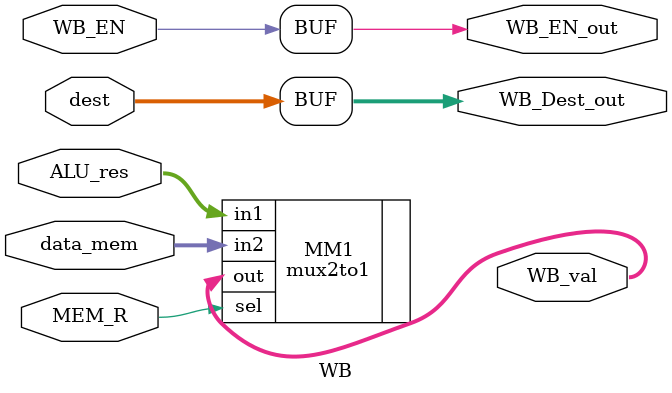
<source format=v>
module WB(WB_EN,MEM_R,ALU_res,data_mem,dest,WB_EN_out,WB_val,WB_Dest_out);
input WB_EN,MEM_R;
input [3:0]dest;
input [31:0]ALU_res,data_mem;

output WB_EN_out;
output [3:0]WB_Dest_out;
output [31:0]WB_val;

mux2to1 #(32)MM1(.sel(MEM_R),.in1(ALU_res),.in2(data_mem),.out(WB_val));

assign WB_Dest_out=dest;
assign WB_EN_out=WB_EN;

endmodule

</source>
